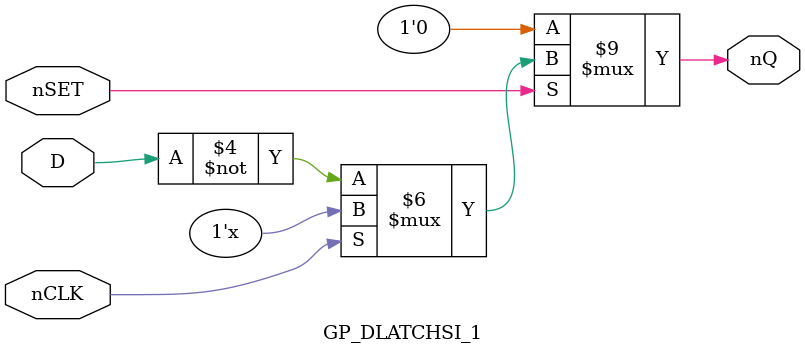
<source format=v>
module GP_DLATCHSI_1(input D, input nCLK, input nSET, output reg nQ);
	parameter [0:0] INIT = 1'bx;
	initial nQ = INIT;
	always @(*) begin
		if(!nSET)
			nQ <= 1'b0;
		else if(!nCLK)
			nQ <= ~D;
	end
endmodule
</source>
